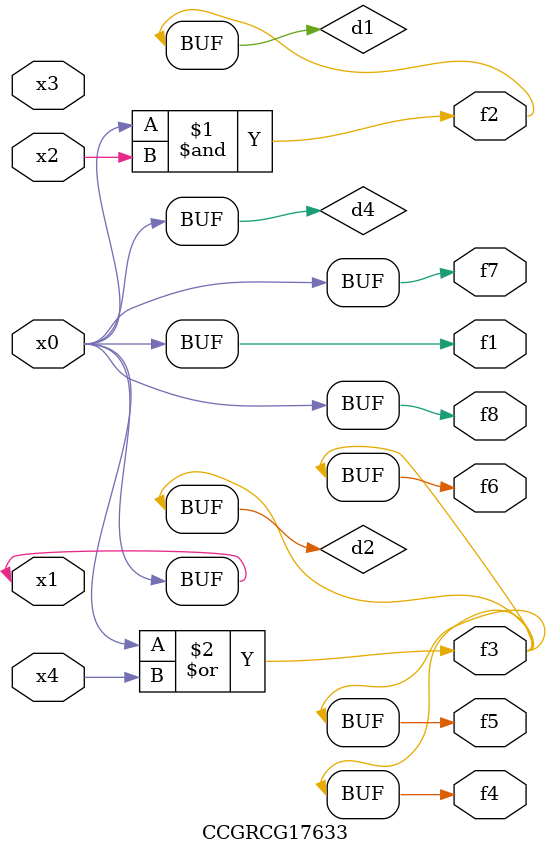
<source format=v>
module CCGRCG17633(
	input x0, x1, x2, x3, x4,
	output f1, f2, f3, f4, f5, f6, f7, f8
);

	wire d1, d2, d3, d4;

	and (d1, x0, x2);
	or (d2, x0, x4);
	nand (d3, x0, x2);
	buf (d4, x0, x1);
	assign f1 = d4;
	assign f2 = d1;
	assign f3 = d2;
	assign f4 = d2;
	assign f5 = d2;
	assign f6 = d2;
	assign f7 = d4;
	assign f8 = d4;
endmodule

</source>
